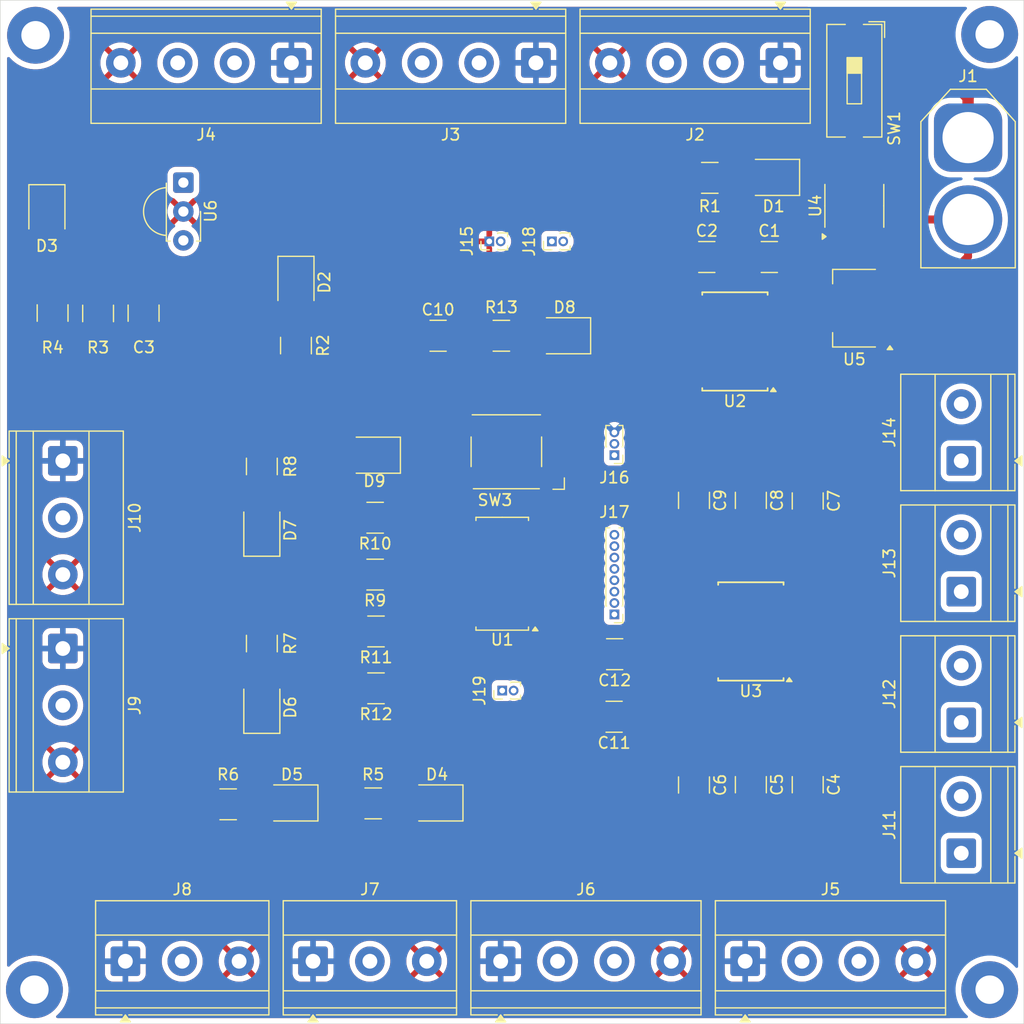
<source format=kicad_pcb>
(kicad_pcb (version 20241229) (generator "pcbnew") (generator_version "9.0")
  (layers (0 "F.Cu" signal) (2 "B.Cu" signal) (13 "F.Paste" user) (15 "B.Paste" user) (5 "F.SilkS" user "F.Silkscreen") (7 "B.SilkS" user "B.Silkscreen") (1 "F.Mask" user) (3 "B.Mask" user) (25 "Edge.Cuts" user))
  (net 0 "")
  (net 1 "Net-(D1-A)")
  (net 2 "GND")
  (net 3 "Net-(D2-A)")
  (net 4 "/InfraredReceiver/IR_RECEIVE")
  (net 5 "Net-(D3-A)")
  (net 6 "/LineSensors/LD_FRONT_LEFT")
  (net 7 "Net-(D4-A)")
  (net 8 "Net-(D5-A)")
  (net 9 "/LineSensors/LD_BACK_LEFT")
  (net 10 "/LineSensors/LD_FRONT_RIGHT")
  (net 11 "Net-(D6-A)")
  (net 12 "/LineSensors/LD_BACK_RIGHT")
  (net 13 "Net-(D7-A)")
  (net 14 "Net-(D8-A)")
  (net 15 "/Microcontroller/SCL")
  (net 16 "+3.3V")
  (net 17 "/Microcontroller/SDA")
  (net 18 "+BATT")
  (net 19 "Net-(U6-Vs)")
  (net 20 "~{RST}")
  (net 21 "TEST_LED")
  (net 22 "Net-(J1-+)")
  (net 23 "Net-(SW1-B)")
  (net 24 "ML_B01")
  (net 25 "ML_B02")
  (net 26 "ML_A02")
  (net 27 "ML_A01")
  (net 28 "MR_B02")
  (net 29 "MR_B01")
  (net 30 "MR_A02")
  (net 31 "MR_A01")
  (net 32 "SWBTCK")
  (net 33 "UNUSED_8")
  (net 34 "UNUSED_5")
  (net 35 "UNUSED_6")
  (net 36 "UNUSED_3")
  (net 37 "UNUSED_7")
  (net 38 "UNUSED_4")
  (net 39 "UNUSED_2")
  (net 40 "UNUSED_1")
  (net 41 "UART_RX")
  (net 42 "UART_TX")
  (net 43 "/LeftMotor/M_R_CH2")
  (net 44 "/LeftMotor/M_R_CH1")
  (net 45 "/LeftMotor/M_R_PWM")
  (net 46 "/Microcontroller/M_L_CH1")
  (net 47 "/Microcontroller/M_L_CH2")
  (net 48 "/Microcontroller/M_L_PWM")
  (net 49 "Net-(D9-A)")
  (footprint "Resistor_SMD:R_1210_3225Metric" (layer "F.Cu") (at 129.9 67.7875 90)
    (property "Reference" "R2")
    (property "Value" "1k" (hide yes))
  )
  (footprint "TerminalBlock_Phoenix:TerminalBlock_Phoenix_MKDS-1,5-4_1x04_P5.00mm_Horizontal" (layer "F.Cu") (at 147.9 121.925)
    (property "Reference" "J6")
    (property "Value" "Screw_Terminal_01x04" (hide yes))
  )
  (footprint "Capacitor_SMD:C_1210_3225Metric" (layer "F.Cu") (at 142.4 66.925)
    (property "Reference" "C10")
    (property "Value" "1uf" (hide yes))
  )
  (footprint "Button_Switch_SMD:SW_DIP_SPSTx01_Slide_9.78x4.72mm_W8.61mm_P2.54mm" (layer "F.Cu") (at 179 44.5 -90)
    (property "Reference" "SW1")
    (property "Value" "SW_SPST" (hide yes))
  )
  (footprint "LED_SMD:LED_1210_3225Metric" (layer "F.Cu") (at 153.525 66.925 180)
    (property "Reference" "D8")
    (property "Value" "LED" (hide yes))
  )
  (footprint "Resistor_SMD:R_1210_3225Metric" (layer "F.Cu") (at 108.5 64.925 90)
    (property "Reference" "R4")
    (property "Value" "1k" (hide yes))
  )
  (footprint "Capacitor_SMD:C_1210_3225Metric" (layer "F.Cu") (at 169.9 81.4 -90)
    (property "Reference" "C8")
    (property "Value" "10uf" (hide yes))
  )
  (footprint "TerminalBlock_Phoenix:TerminalBlock_Phoenix_MKDS-1,5-2_1x02_P5.00mm_Horizontal" (layer "F.Cu") (at 188.4 89.425 90)
    (property "Reference" "J13")
    (property "Value" "~" (hide yes))
  )
  (footprint "TerminalBlock_Phoenix:TerminalBlock_Phoenix_MKDS-1,5-4_1x04_P5.00mm_Horizontal" (layer "F.Cu") (at 129.5 42.925 180)
    (property "Reference" "J4")
    (property "Value" "Screw_Terminal_01x04" (hide yes))
  )
  (footprint "Capacitor_SMD:C_1210_3225Metric" (layer "F.Cu") (at 157.925 94.925 180)
    (property "Reference" "C12")
    (property "Value" "100nf" (hide yes))
  )
  (footprint "Capacitor_SMD:C_1210_3225Metric" (layer "F.Cu") (at 171.525 60)
    (property "Reference" "C1")
    (property "Value" "10uf" (hide yes))
  )
  (footprint "Package_TO_SOT_SMD:SOT-223" (layer "F.Cu") (at 179 64.5 180)
    (property "Reference" "U5")
    (property "Value" "AMS1117-3.3" (hide yes))
  )
  (footprint "Resistor_SMD:R_1210_3225Metric" (layer "F.Cu") (at 136.8625 87.925 180)
    (property "Reference" "R9")
    (property "Value" "47k" (hide yes))
  )
  (footprint "Capacitor_SMD:C_1210_3225Metric" (layer "F.Cu") (at 174.9 106.4 -90)
    (property "Reference" "C4")
    (property "Value" "0.1uF" (hide yes))
  )
  (footprint "Resistor_SMD:R_1210_3225Metric" (layer "F.Cu") (at 136.9375 97.925 180)
    (property "Reference" "R12")
    (property "Value" "10k" (hide yes))
  )
  (footprint "LED_SMD:LED_1210_3225Metric" (layer "F.Cu") (at 126.9 84.025 90)
    (property "Reference" "D7")
    (property "Value" "LED" (hide yes))
  )
  (footprint "TerminalBlock_Phoenix:TerminalBlock_Phoenix_MKDS-1,5-2_1x02_P5.00mm_Horizontal" (layer "F.Cu") (at 188.4 100.925 90)
    (property "Reference" "J12")
    (property "Value" "Screw_Terminal_01x02" (hide yes))
  )
  (footprint "Capacitor_SMD:C_1210_3225Metric" (layer "F.Cu") (at 164.9 106.425 -90)
    (property "Reference" "C6")
    (property "Value" "0.1uF" (hide yes))
  )
  (footprint "Connector_PinHeader_1.00mm:PinHeader_1x08_P1.00mm_Vertical" (layer "F.Cu") (at 157.9 91.425 180)
    (property "Reference" "J17")
    (property "Value" "Conn_01x08" (hide yes))
  )
  (footprint "MountingHole:MountingHole_2.5mm_Pad" (layer "F.Cu") (at 190.9 124.425 180)
    (property "Reference" "H1" (hide yes))
    (property "Value" "MountingHole" (hide yes))
  )
  (footprint "TerminalBlock_Phoenix:TerminalBlock_Phoenix_MKDS-1,5-2_1x02_P5.00mm_Horizontal" (layer "F.Cu") (at 188.4 112.425 90)
    (property "Reference" "J11")
    (property "Value" "~" (hide yes))
  )
  (footprint "Capacitor_SMD:C_1210_3225Metric" (layer "F.Cu") (at 116.5 64.9375 90)
    (property "Reference" "C3")
    (property "Value" "160pF" (hide yes))
  )
  (footprint "Connector_AMASS:AMASS_XT60-F_1x02_P7.20mm_Vertical" (layer "F.Cu") (at 189 49.5 -90)
    (property "Reference" "J1")
    (property "Value" "~" (hide yes))
  )
  (footprint "Package_SO:SOP-8_3.76x4.96mm_P1.27mm" (layer "F.Cu") (at 179 55.5 90)
    (property "Reference" "U4")
    (property "Value" "~" (hide yes))
  )
  (footprint "Resistor_SMD:R_1210_3225Metric" (layer "F.Cu") (at 126.9 93.99 90)
    (property "Reference" "R7")
    (property "Value" "1k" (hide yes))
  )
  (footprint "Capacitor_SMD:C_1210_3225Metric" (layer "F.Cu") (at 164.9 81.4 -90)
    (property "Reference" "C9")
    (property "Value" "0.1uF" (hide yes))
  )
  (footprint "LED_SMD:LED_1210_3225Metric" (layer "F.Cu") (at 108 55.925 -90)
    (property "Reference" "D3")
    (property "Value" "LED" (hide yes))
  )
  (footprint "LED_SMD:LED_1210_3225Metric" (layer "F.Cu") (at 136.8 77.425 180)
    (property "Reference" "D9")
    (property "Value" "LED")
  )
  (footprint "Button_Switch_SMD:SW_SPST_Omron_B3FS-100xP" (layer "F.Cu") (at 148.4 77.125 180)
    (property "Reference" "SW3")
    (property "Value" "SW_Omron_B3FS" (hide yes))
  )
  (footprint "TerminalBlock_Phoenix:TerminalBlock_Phoenix_MKDS-1,5-3_1x03_P5.00mm_Horizontal" (layer "F.Cu") (at 114.9 121.925)
    (property "Reference" "J8")
    (property "Value" "Screw_Terminal_01x03" (hide yes))
  )
  (footprint "Resistor_SMD:R_1210_3225Metric" (layer "F.Cu") (at 123.9375 108.125 180)
    (property "Reference" "R6")
    (property "Value" "1k" (hide yes))
  )
  (footprint "LED_SMD:LED_1210_3225Metric" (layer "F.Cu") (at 129.9 62.225 -90)
    (property "Reference" "D2")
    (property "Value" "LED" (hide yes))
  )
  (footprint "TerminalBlock_Phoenix:TerminalBlock_Phoenix_MKDS-1,5-2_1x02_P5.00mm_Horizontal" (layer "F.Cu") (at 188.4 77.925 90)
    (property "Reference" "J14")
    (property "Value" "Screw_Terminal_01x02" (hide yes))
  )
  (footprint "MountingHole:MountingHole_2.5mm_Pad" (layer "F.Cu") (at 107 40.5 180)
    (property "Reference" "H4" (hide yes))
    (property "Value" "MountingHole" (hide yes))
  )
  (footprint "TerminalBlock_Phoenix:TerminalBlock_Phoenix_MKDS-1,5-4_1x04_P5.00mm_Horizontal" (layer "F.Cu") (at 151 42.925 180)
    (property "Reference" "J3")
    (property "Value" "Screw_Terminal_01x04" (hide yes))
  )
  (footprint "Connector_PinHeader_1.00mm:PinHeader_1x02_P1.00mm_Vertical" (layer "F.Cu") (at 148.0375 98.125 90)
    (property "Reference" "J19")
    (property "Value" "Conn_01x02" (hide yes))
  )
  (footprint "Resistor_SMD:R_1210_3225Metric" (layer "F.Cu") (at 126.9 78.415 90)
    (property "Reference" "R8")
    (property "Value" "1k" (hide yes))
  )
  (footprint "MountingHole:MountingHole_2.5mm_Pad" (layer "F.Cu") (at 106.9 124.425 180)
    (property "Reference" "H3" (hide yes))
    (property "Value" "MountingHole" (hide yes))
  )
  (footprint "Resistor_SMD:R_1210_3225Metric" (layer "F.Cu") (at 147.9625 66.925 180)
    (property "Reference" "R13")
    (property "Value" "1k" (hide yes))
  )
  (footprint "Connector_PinHeader_1.00mm:PinHeader_1x02_P1.00mm_Vertical" (layer "F.Cu") (at 152.4 58.625 90)
    (property "Reference" "J18")
    (property "Value" "Conn_01x02" (hide yes))
  )
  (footprint "LED_SMD:LED_1210_3225Metric" (layer "F.Cu") (at 142.3 108.005 180)
    (property "Reference" "D4")
    (property "Value" "LED" (hide yes))
  )
  (footprint "TerminalBlock_Phoenix:TerminalBlock_Phoenix_MKDS-1,5-3_1x03_P5.00mm_Horizontal" (layer "F.Cu") (at 131.4 121.925)
    (property "Reference" "J7")
    (property "Value" "Screw_Terminal_01x03" (hide yes))
  )
  (footprint "Capacitor_SMD:C_1210_3225Metric" (layer "F.Cu") (at 157.875 100.425 180)
    (property "Reference" "C11")
    (property "Value" "10uf" (hide yes))
  )
  (footprint "LED_SMD:LED_1210_3225Metric" (layer "F.Cu") (at 129.5475 108.005 180)
    (property "Reference" "D5")
    (property "Value" "LED" (hide yes))
  )
  (footprint "Capacitor_SMD:C_1210_3225Metric" (layer "F.Cu") (at 166.025 60)
    (property "Reference" "C2")
    (property "Value" "22uf" (hide yes))
  )
  (footprint "Package_SO:SSOP-24_5.3x8.2mm_P0.65mm" (layer "F.Cu") (at 169.9 92.925 180)
    (property "Reference" "U3")
    (property "Value" "~" (hide yes))
  )
  (footprint "Resistor_SMD:R_1210_3225Metric" (layer "F.Cu") (at 166.29 53.04)
    (property "Reference" "R1")
    (property "Value" "3k" (hide yes))
  )
  (footprint "OptoDevice:Vishay_MINICAST-3Pin" (layer "F.Cu") (at 120 53.46 -90)
    (property "Reference" "U6")
    (property "Value" "TSOP38233" (hide yes))
  )
  (footprint "Package_SO:SSOP-24_5.3x8.2mm_P0.65mm" (layer "F.Cu") (at 168.5 67.425 180)
    (property "Reference" "U2")
    (property "Value" "~" (hide yes))
  )
  (footprint "MountingHole:MountingHole_2.5mm_Pad" (layer "F.Cu") (at 190.9 40.425 180)
    (property "Reference" "H2" (hide yes))
    (property "Value" "MountingHole" (hide yes))
  )
  (footprint "Resistor_SMD:R_1210_3225Metric" (layer "F.Cu") (at 112.5 64.9625 90)
    (property "Reference" "R3")
    (property "Value" "10k" (hide yes))
  )
  (footprint "Capacitor_SMD:C_1210_3225Metric" (layer "F.Cu") (at 174.9 81.45 -90)
    (property "Reference" "C7")
    (property "Value" "0.1uF" (hide yes))
  )
  (footprint "Package_SO:TSSOP-28_4.4x9.7mm_P0.65mm" (layer "F.Cu") (at 148.0375 87.85 180)
    (property "Reference" "U1")
    (property "Value" "~" (hide yes))
  )
  (footprint "LED_SMD:LED_1210_3225Metric" (layer "F.Cu") (at 126.9 99.6 90)
    (property "Reference" "D6")
    (property "Value" "LED" (hide yes))
  )
  (footprint "LED_SMD:LED_1210_3225Metric" (layer "F.Cu") (at 171.9 53 180)
    (property "Reference" "D1")
    (property "Value" "LED" (hide yes))
  )
  (footprint "Capacitor_SMD:C_1210_3225Metric" (layer "F.Cu") (at 169.9 106.4 -90)
    (property "Reference" "C5")
    (property "Value" "10uf" (hide yes))
  )
  (footprint "Connector_PinHeader_1.00mm:PinHeader_1x02_P1.00mm_Vertical" (layer "F.Cu") (at 146.9 58.625 90)
    (property "Reference" "J15")
    (property "Value" "Conn_01x02" (hide yes))
  )
  (footprint "TerminalBlock_Phoenix:TerminalBlock_Phoenix_MKDS-1,5-3_1x03_P5.00mm_Horizontal" (layer "F.Cu") (at 109.4 94.425 -90)
    (property "Reference" "J9")
    (property "Value" "Screw_Terminal_01x03" (hide yes))
  )
  (footprint "TerminalBlock_Phoenix:TerminalBlock_Phoenix_MKDS-1,5-4_1x04_P5.00mm_Horizontal" (layer "F.Cu") (at 172.5 42.925 180)
    (property "Reference" "J2")
    (property "Value" "Screw_Terminal_01x04" (hide yes))
  )
  (footprint "Resistor_SMD:R_1210_3225Metric" (layer "F.Cu") (at 136.8625 82.925 180)
    (property "Reference" "R10")
    (property "Value" "1k" (hide yes))
  )
  (footprint "TerminalBlock_Phoenix:TerminalBlock_Phoenix_MKDS-1,5-4_1x04_P5.00mm_Horizontal" (layer "F.Cu") (at 169.4 121.925)
    (property "Reference" "J5")
    (property "Value" "Screw_Terminal_01x04" (hide yes))
  )
  (footprint "TerminalBlock_Phoenix:TerminalBlock_Phoenix_MKDS-1,5-3_1x03_P5.00mm_Horizontal" (layer "F.Cu") (at 109.4 77.925 -90)
    (property "Reference" "J10")
    (property "Value" "Screw_Terminal_01x03" (hide yes))
  )
  (footprint "Connector_PinHeader_1.00mm:PinHeader_1x03_P1.00mm_Vertical" (layer "F.Cu") (at 157.9 77.425 180)
    (property "Reference" "J16")
    (property "Value" "Conn_01x03" (hide yes))
  )
  (footprint "Resistor_SMD:R_1210_3225Metric" (layer "F.Cu") (at 136.69 108.045 180)
    (property "Reference" "R5")
    (property "Value" "1k" (hide yes))
  )
  (footprint "Resistor_SMD:R_1210_3225Metric" (layer "F.Cu") (at 136.9375 92.925 180)
    (property "Reference" "R11")
    (property "Value" "10k" (hide yes))
  )
  (gr_rect (start 103.9 37.425) (end 193.9 127.425) (stroke (width 0.05)) (fill no) (layer "Edge.Cuts"))
  (segment (start 170.46 53.04) (end 170.5 53) (width 0.2) (layer "F.Cu") (net 1))
  (segment (start 167.7525 53.04) (end 170.46 53.04) (width 1) (layer "F.Cu") (net 1))
  (segment (start 166.3 92.6) (end 165.325 92.6) (width 0.5) (layer "F.Cu") (net 2))
  (segment (start 174.475 94.55) (end 176.5 92.525) (width 0.5) (layer "F.Cu") (net 2))
  (segment (start 172.1 65.15) (end 172.1 65.8) (width 0.5) (layer "F.Cu") (net 2))
  (segment (start 175.85 90.65) (end 173.5 90.65) (width 0.5) (layer "F.Cu") (net 2))
  (segment (start 174.5 60) (end 173 60) (width 0.7) (layer "F.Cu") (net 2))
  (segment (start 164.9 82.875) (end 161.875 82.875) (width 0.7) (layer "F.Cu") (net 2))
  (segment (start 167.5 62.5) (end 167.5 64.825) (width 0.5) (layer "F.Cu") (net 2))
  (segment (start 156.4 106.4) (end 156.4 100.425) (width 0.7) (layer "F.Cu") (net 2))
  (segment (start 167.5 60) (end 167.5 62.5) (width 0.7) (layer "F.Cu") (net 2))
  (segment (start 182.15 66.8) (end 189 59.95) (width 0.7) (layer "F.Cu") (net 2))
  (segment (start 181.3 69.7) (end 182.15 68.85) (width 0.5) (layer "F.Cu") (net 2))
  (segment (start 165.325 92.6) (end 161.875 89.15) (width 0.5) (layer "F.Cu") (net 2))
  (segment (start 157.9 107.9) (end 156.4 106.4) (width 0.7) (layer "F.Cu") (net 2))
  (segment (start 174.5 53) (end 175 53.5) (width 0.7) (layer "F.Cu") (net 2))
  (segment (start 169.9 107.875) (end 164.925 107.875) (width 0.7) (layer "F.Cu") (net 2))
  (segment (start 173 60) (end 173 61.5) (width 0.7) (layer "F.Cu") (net 2))
  (segment (start 164.9 67.1) (end 165.875 67.1) (width 0.1) (layer "F.Cu") (net 2))
  (segment (start 169.95 82.925) (end 169.9 82.875) (width 0.7) (layer "F.Cu") (net 2))
  (segment (start 183.4625 58.0375) (end 180.905 58.0375) (width 0.7) (layer "F.Cu") (net 2))
  (segment (start 172.1 69.05) (end 172.1 69.7) (width 0.5) (layer "F.Cu") (net 2))
  (segment (start 173.5 90.65) (end 173.5 91.3) (width 0.5) (layer "F.Cu") (net 2))
  (segment (start 189 59.95) (end 189 56.7) (width 0.7) (layer "F.Cu") (net 2))
  (segment (start 160 81) (end 155.5 81) (width 0.7) (layer "F.Cu") (net 2))
  (segment (start 182.15 68.85) (end 182.15 66.8) (width 0.5) (layer "F.Cu") (net 2))
  (segment (start 173.3 53) (end 174.5 53) (width 0.7) (layer "F.Cu") (net 2))
  (segment (start 159.35 62.5) (end 167.5 62.5) (width 0.7) (layer "F.Cu") (net 2))
  (segment (start 176.5 84.525) (end 176.5 90) (width 0.7) (layer "F.Cu") (net 2))
  (segment (start 164.925 107.875) (end 164.9 107.9) (width 0.1) (layer "F.Cu") (net 2))
  (segment (start 175 53.5) (end 175 59.5) (width 0.7) (layer "F.Cu") (net 2))
  (segment (start 172 62.5) (end 167.5 62.5) (width 0.7) (layer "F.Cu") (net 2))
  (segment (start 174.9 82.925) (end 169.95 82.925) (width 0.7) (layer "F.Cu") (net 2))
  (segment (start 165.875 67.1) (end 167.825 65.15) (width 0.5) (layer "F.Cu") (net 2))
  (segment (start 189 56.7) (end 184.8 56.7) (width 0.7) (layer "F.Cu") (net 2))
  (segment (start 153.875 79.375) (end 152.4 79.375) (width 0.7) (layer "F.Cu") (net 2))
  (segment (start 161.875 82.875) (end 160 81) (width 0.7) (layer "F.Cu") (net 2))
  (segment (start 174.9 82.925) (end 176.5 84.525) (width 0.7) (layer "F.Cu") (net 2))
  (segment (start 167.825 65.15) (end 172.1 65.15) (width 0.5) (layer "F.Cu") (net 2))
  (segment (start 174.9 107.875) (end 169.9 107.875) (width 0.7) (layer "F.Cu") (net 2))
  (segment (start 176.5 92.525) (end 176.5 90) (width 0.7) (layer "F.Cu") (net 2))
  (segment (start 167.5 64.825) (end 167.825 65.15) (width 0.5) (layer "F.Cu") (net 2))
  (segment (start 155.5 81) (end 153.875 79.375) (width 0.7) (layer "F.Cu") (net 2))
  (segment (start 172.1 69.7) (end 181.3 69.7) (width 0.5) (layer "F.Cu") (net 2))
  (segment (start 184.8 56.7) (end 183.4625 58.0375) (width 0.7) (layer "F.Cu") (net 2))
  (segment (start 169.9 82.875) (end 164.9 82.875) (width 0.7) (layer "F.Cu") (net 2))
  (segment (start 175 59.5) (end 174.5 60) (width 0.7) (layer "F.Cu") (net 2))
  (segment (start 154.925 66.925) (end 159.35 62.5) (width 0.7) (layer "F.Cu") (net 2))
  (segment (start 176.25 90.25) (end 175.85 90.65) (width 0.5) (layer "F.Cu") (net 2))
  (segment (start 164.9 107.9) (end 157.9 107.9) (width 0.7) (layer "F.Cu") (net 2))
  (segment (start 173.5 94.55) (end 173.5 95.2) (width 0.5) (layer "F.Cu") (net 2))
  (segment (start 173.5 94.55) (end 174.475 94.55) (width 0.5) (layer "F.Cu") (net 2))
  (segment (start 161.875 89.15) (end 161.875 82.875) (width 0.5) (layer "F.Cu") (net 2))
  (segment (start 173 61.5) (end 172 62.5) (width 0.7) (layer "F.Cu") (net 2))
  (segment (start 161.075 93.25) (end 166.3 93.25) (width 0.5) (layer "F.Cu") (net 16))
  (segment (start 159.35 100.425) (end 159.35 94.975) (width 0.5) (layer "F.Cu") (net 16))
  (segment (start 166.3 93.9) (end 166.3 93.25) (width 0.5) (layer "F.Cu") (net 16))
  (segment (start 159.35 94.975) (end 159.4 94.925) (width 0.1) (layer "F.Cu") (net 16))
  (segment (start 164.9 104.95) (end 160.375 100.425) (width 0.5) (layer "F.Cu") (net 16))
  (segment (start 159.4 94.925) (end 161.075 93.25) (width 0.5) (layer "F.Cu") (net 16))
  (segment (start 160.375 100.425) (end 159.35 100.425) (width 0.5) (layer "F.Cu") (net 16))
  (segment (start 182.15 62.2) (end 181.2 62.2) (width 0.1) (layer "F.Cu") (net 18))
  (segment (start 164.9 63.85) (end 164.9 64.5) (width 0.5) (layer "F.Cu") (net 18))
  (segment (start 189 49.5) (end 189 46) (width 1) (layer "F.Cu") (net 22))
  (segment (start 183.195 40.195) (end 179 40.195) (width 1) (layer "F.Cu") (net 22))
  (segment (start 189 46) (end 183.195 40.195) (width 1) (layer "F.Cu") (net 22))
  (segment (start 178.365 52.9625) (end 179.635 52.9625) (width 1) (layer "F.Cu") (net 23))
  (segment (start 179.635 52.9625) (end 180.905 52.9625) (width 1) (layer "F.Cu") (net 23))
  (segment (start 178.195 48.805) (end 175.5 51.5) (width 1) (layer "F.Cu") (net 23))
  (segment (start 177.095 52.9625) (end 178.365 52.9625) (width 1) (layer "F.Cu") (net 23))
  (segment (start 175.9625 52.9625) (end 177.095 52.9625) (width 1) (layer "F.Cu") (net 23))
  (segment (start 175.5 52.5) (end 175.9625 52.9625) (width 1) (layer "F.Cu") (net 23))
  (segment (start 175.5 51.5) (end 175.5 52.5) (width 1) (layer "F.Cu") (net 23))
  (segment (start 179 48.805) (end 178.195 48.805) (width 1) (layer "F.Cu") (net 23))
  (segment (start 187.365 100.69) (end 187.365 101.9625) (width 0.5) (layer "F.Cu") (net 26))
  (zone (net 2) (net_name "GND") (layer "F.Cu") (priority 2) (connect_pads (clearance 0.5)) (min_thickness 0.25) (fill yes (thermal_gap 0.5) (thermal_bridge_width 0.5))
    (polygon (pts (xy 175 50) (xy 175 38) (xy 104.5 38) (xy 104.5 127) (xy 187.5 127) (xy 187.5 115) (xy 161.5 115) (xy 161.5 50)))
  )
  (zone (net 18) (net_name "+BATT") (layer "F.Cu") (priority 1) (connect_pads (clearance 0.5)) (min_thickness 0.25) (fill yes (thermal_gap 0.5) (thermal_bridge_width 0.5))
    (polygon (pts (xy 163 113) (xy 163 51) (xy 184 51) (xy 183 113)))
  )
  (zone (net 16) (net_name "+3.3V") (layer "B.Cu") (connect_pads (clearance 0.5)) (min_thickness 0.25) (fill yes (thermal_gap 0.5) (thermal_bridge_width 0.5))
    (polygon (pts (xy 104.5 38) (xy 193.5 38) (xy 193.5 127) (xy 104.5 127)))
  )
)
</source>
